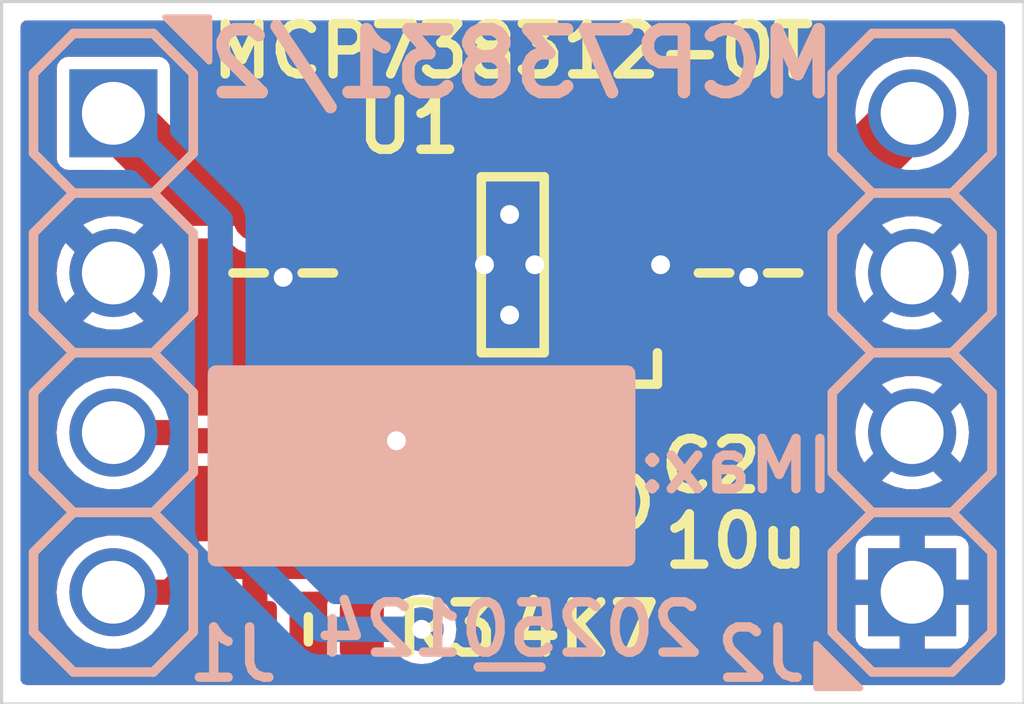
<source format=kicad_pcb>
(kicad_pcb (version 20240108) (generator "pcbnew") (generator_version "8.0")
  (layers (0 "F.Cu" mixed) (31 "B.Cu" mixed) (34 "B.Paste" user) (35 "F.Paste" user) (36 "B.SilkS" user "B.Silkscreen") (37 "F.SilkS" user "F.Silkscreen") (38 "B.Mask" user) (39 "F.Mask" user) (44 "Edge.Cuts" user))
  (net 0 "")
  (net 1 "GND")
  (net 2 "VDD")
  (net 3 "/VBAT")
  (net 4 "/PROG")
  (net 5 "/STAT")
  (footprint "SquantorIC:SOT23-5-Microchip-OT" (layer "F.Cu") (at 120.65 49.4 180)
    (property "Reference" "U1" (at 1.65 2.2 360) (layer "F.SilkS") (effects (font (size 0.8 0.8))))
    (property "Value" "MCP738312-OT" (at 0 3.4 0) (layer "F.SilkS") (effects (font (size 0.8 0.8))))
    (fp_line (start 0.5 1.4) (end -0.5 1.4) (stroke (width 0.15)) (layer "F.SilkS"))
    (fp_line (start 0.5 -1.4) (end 0.5 1.4) (stroke (width 0.15)) (layer "F.SilkS"))
    (fp_line (start -0.5 1.4) (end -0.5 -1.4) (stroke (width 0.15)) (layer "F.SilkS"))
    (fp_line (start -0.5 -1.4) (end 0.5 -1.4) (stroke (width 0.15)) (layer "F.SilkS"))
    (fp_line (start -2.3 -1.9) (end -1.8 -1.9) (stroke (width 0.15)) (layer "F.SilkS"))
    (fp_line (start -2.3 -1.9) (end -2.3 -1.4) (stroke (width 0.15)) (layer "F.SilkS"))
    (pad "1" smd roundrect (at -1.4 -0.95 90) (size 0.6 1.1) (layers "F.Cu" "F.Paste" "F.Mask") (roundrect_rratio 0.2) (net 5 "/STAT"))
    (pad "2" smd roundrect (at -1.4 0 90) (size 0.6 1.1) (layers "F.Cu" "F.Paste" "F.Mask") (roundrect_rratio 0.2) (net 1 "GND"))
    (pad "3" smd roundrect (at -1.4 0.95 90) (size 0.6 1.1) (layers "F.Cu" "F.Paste" "F.Mask") (roundrect_rratio 0.2) (net 3 "/VBAT"))
    (pad "4" smd roundrect (at 1.4 0.95 90) (size 0.6 1.1) (layers "F.Cu" "F.Paste" "F.Mask") (roundrect_rratio 0.2) (net 2 "VDD"))
    (pad "5" smd roundrect (at 1.4 -0.95 90) (size 0.6 1.1) (layers "F.Cu" "F.Paste" "F.Mask") (roundrect_rratio 0.2) (net 4 "/PROG"))
  )
  (footprint "SquantorCapacitor:C_1206_0805" (layer "F.Cu") (at 124.4 49.53 90)
    (property "Reference" "C2" (at -3.07 -0.6 180) (layer "F.SilkS") (effects (font (size 0.8 0.8))))
    (property "Value" "10u" (at -4.27 -0.2 180) (layer "F.SilkS") (effects (font (size 0.8 0.8))))
    (fp_line (start 0 -0.8) (end 0 -0.3) (stroke (width 0.15)) (layer "F.SilkS"))
    (fp_line (start 0 0.8) (end 0 0.3) (stroke (width 0.15)) (layer "F.SilkS"))
    (pad "1" smd roundrect (at -1.25 0 90) (size 1.5 1.6) (layers "F.Cu" "F.Paste" "F.Mask") (net 1 "GND"))
    (pad "2" smd roundrect (at 1.25 0 90) (size 1.5 1.6) (layers "F.Cu" "F.Paste" "F.Mask") (net 3 "/VBAT"))
  )
  (footprint "SquantorResistor:R_0603_hand" (layer "F.Cu") (at 117.4 53.2 180)
    (property "Reference" "R1" (at -2.2 0 360) (layer "F.SilkS") (effects (font (size 0.8 0.8))))
    (property "Value" "TBD" (at -4.4 0 0) (layer "F.SilkS") (effects (font (size 0.8 0.8))))
    (fp_line (start 0 -0.2) (end 0 0.2) (stroke (width 0.15)) (layer "F.SilkS"))
    (pad "1" smd roundrect (at -0.85 0 180) (size 0.7 0.9) (layers "F.Cu" "F.Paste" "F.Mask") (roundrect_rratio 0.1428571429) (net 1 "GND"))
    (pad "2" smd roundrect (at 0.85 0 180) (size 0.7 0.9) (layers "F.Cu" "F.Paste" "F.Mask") (roundrect_rratio 0.1428571429) (net 4 "/PROG"))
  )
  (footprint "SquantorCapacitor:C_1206_0805" (layer "F.Cu") (at 117 49.53 90)
    (property "Reference" "C1" (at -2.47 1.4 180) (layer "F.SilkS") (effects (font (size 0.8 0.8))))
    (property "Value" "10u" (at -2.47 3.4 180) (layer "F.SilkS") (effects (font (size 0.8 0.8))))
    (fp_line (start 0 -0.8) (end 0 -0.3) (stroke (width 0.15)) (layer "F.SilkS"))
    (fp_line (start 0 0.8) (end 0 0.3) (stroke (width 0.15)) (layer "F.SilkS"))
    (pad "1" smd roundrect (at -1.25 0 90) (size 1.5 1.6) (layers "F.Cu" "F.Paste" "F.Mask") (net 1 "GND"))
    (pad "2" smd roundrect (at 1.25 0 90) (size 1.5 1.6) (layers "F.Cu" "F.Paste" "F.Mask") (net 2 "VDD"))
  )
  (footprint "SquantorResistor:R_0603_hand" (layer "F.Cu") (at 117.4 55.2 180)
    (property "Reference" "R3" (at -2.2 0 360) (layer "F.SilkS") (effects (font (size 0.8 0.8))))
    (property "Value" "4K7" (at -4.4 0 0) (layer "F.SilkS") (effects (font (size 0.8 0.8))))
    (fp_line (start 0 -0.2) (end 0 0.2) (stroke (width 0.15)) (layer "F.SilkS"))
    (pad "1" smd roundrect (at -0.85 0 180) (size 0.7 0.9) (layers "F.Cu" "F.Paste" "F.Mask") (roundrect_rratio 0.1428571429) (net 2 "VDD"))
    (pad "2" smd roundrect (at 0.85 0 180) (size 0.7 0.9) (layers "F.Cu" "F.Paste" "F.Mask") (roundrect_rratio 0.1428571429) (net 5 "/STAT"))
  )
  (footprint "SquantorLabels:Label_Generic" (layer "B.Cu") (at 120.6 55.2 180)
    (property "Reference" "N1" (hide yes))
    (property "Value" "20250124" (at 0 0 0) (layer "B.SilkS") (effects (font (size 0.8 0.8)) (justify mirror)))
    (fp_line (start 0.5 -0.6) (end -0.5 -0.6) (stroke (width 0.15)) (layer "B.SilkS"))
  )
  (footprint "SquantorConnectors:Header-0254-1X04-H010" (layer "B.Cu") (at 114.3 50.8 -90)
    (property "Reference" "J1" (at 4.8 -1.9 180) (layer "B.SilkS") (effects (font (size 0.8 0.8) (thickness 0.15) (bold yes)) (justify mirror)))
    (property "Value" "Conn_01x04")
    (fp_line (start -3.175 1.27) (end -4.445 1.27) (stroke (width 0.1524)) (layer "B.SilkS"))
    (fp_line (start -1.905 1.27) (end -2.54 0.635) (stroke (width 0.1524)) (layer "B.SilkS"))
    (fp_line (start -0.635 1.27) (end -1.905 1.27) (stroke (width 0.1524)) (layer "B.SilkS"))
    (fp_line (start 0.635 1.27) (end 0 0.635) (stroke (width 0.1524)) (layer "B.SilkS"))
    (fp_line (start 1.905 1.27) (end 0.635 1.27) (stroke (width 0.1524)) (layer "B.SilkS"))
    (fp_line (start 4.445 1.27) (end 3.175 1.27) (stroke (width 0.1524)) (layer "B.SilkS"))
    (fp_line (start -5.08 0.635) (end -4.445 1.27) (stroke (width 0.1524)) (layer "B.SilkS"))
    (fp_line (start -2.54 0.635) (end -3.175 1.27) (stroke (width 0.1524)) (layer "B.SilkS"))
    (fp_line (start 0 0.635) (end -0.635 1.27) (stroke (width 0.1524)) (layer "B.SilkS"))
    (fp_line (start 2.54 0.635) (end 1.905 1.27) (stroke (width 0.1524)) (layer "B.SilkS"))
    (fp_line (start 2.54 0.635) (end 3.175 1.27) (stroke (width 0.1524)) (layer "B.SilkS"))
    (fp_line (start 5.08 0.635) (end 4.445 1.27) (stroke (width 0.1524)) (layer "B.SilkS"))
    (fp_line (start -5.08 -0.635) (end -5.08 0.635) (stroke (width 0.1524)) (layer "B.SilkS"))
    (fp_line (start -2.54 -0.635) (end -2.54 0.635) (stroke (width 0.1524)) (layer "B.SilkS"))
    (fp_line (start -2.54 -0.635) (end -1.905 -1.27) (stroke (width 0.1524)) (layer "B.SilkS"))
    (fp_line (start 0 -0.635) (end 0 0.635) (stroke (width 0.1524)) (layer "B.SilkS"))
    (fp_line (start 0 -0.635) (end 0.635 -1.27) (stroke (width 0.1524)) (layer "B.SilkS"))
    (fp_line (start 2.54 -0.635) (end 2.54 0.635) (stroke (width 0.1524)) (layer "B.SilkS"))
    (fp_line (start 5.08 -0.635) (end 5.08 0.635) (stroke (width 0.1524)) (layer "B.SilkS"))
    (fp_line (start -4.445 -1.27) (end -5.08 -0.635) (stroke (width 0.1524)) (layer "B.SilkS"))
    (fp_line (start -4.445 -1.27) (end -3.175 -1.27) (stroke (width 0.1524)) (layer "B.SilkS"))
    (fp_line (start -3.175 -1.27) (end -2.54 -0.635) (stroke (width 0.1524)) (layer "B.SilkS"))
    (fp_line (start -1.905 -1.27) (end -0.635 -1.27) (stroke (width 0.1524)) (layer "B.SilkS"))
    (fp_line (start -0.635 -1.27) (end 0 -0.635) (stroke (width 0.1524)) (layer "B.SilkS"))
    (fp_line (start 0.635 -1.27) (end 1.905 -1.27) (stroke (width 0.1524)) (layer "B.SilkS"))
    (fp_line (start 1.905 -1.27) (end 2.54 -0.635) (stroke (width 0.1524)) (layer "B.SilkS"))
    (fp_line (start 3.175 -1.27) (end 2.54 -0.635) (stroke (width 0.1524)) (layer "B.SilkS"))
    (fp_line (start 3.175 -1.27) (end 4.445 -1.27) (stroke (width 0.1524)) (layer "B.SilkS"))
    (fp_line (start 4.445 -1.27) (end 5.08 -0.635) (stroke (width 0.1524)) (layer "B.SilkS"))
    (fp_poly (pts (xy -5.334 -0.8255) (xy -5.334 -1.524) (xy -4.6355 -1.524)) (stroke (width 0.1)) (fill solid) (layer "B.SilkS"))
    (pad "1" thru_hole rect (at -3.81 0 90) (size 1.4 1.4) (drill 1) (layers "*.Cu" "*.Mask" "In1.Cu" "In2.Cu" "In3.Cu" "In4.Cu" "In5.Cu" "In6.Cu" "In7.Cu" "In8.Cu" "In9.Cu" "In10.Cu" "In11.Cu" "In12.Cu" "In13.Cu" "In14.Cu" "In15.Cu" "In16.Cu" "In17.Cu" "In18.Cu" "In19.Cu" "In20.Cu" "In21.Cu" "In22.Cu" "In23.Cu" "In24.Cu" "In25.Cu" "In26.Cu" "In27.Cu" "In28.Cu" "In29.Cu" "In30.Cu") (net 2 "VDD"))
    (pad "2" thru_hole circle (at -1.27 0 90) (size 1.4 1.4) (drill 1) (layers "*.Cu" "*.Mask" "In1.Cu" "In2.Cu" "In3.Cu" "In4.Cu" "In5.Cu" "In6.Cu" "In7.Cu" "In8.Cu" "In9.Cu" "In10.Cu" "In11.Cu" "In12.Cu" "In13.Cu" "In14.Cu" "In15.Cu" "In16.Cu" "In17.Cu" "In18.Cu" "In19.Cu" "In20.Cu" "In21.Cu" "In22.Cu" "In23.Cu" "In24.Cu" "In25.Cu" "In26.Cu" "In27.Cu" "In28.Cu" "In29.Cu" "In30.Cu") (net 1 "GND"))
    (pad "3" thru_hole circle (at 1.27 0 90) (size 1.4 1.4) (drill 1) (layers "*.Cu" "*.Mask" "In1.Cu" "In2.Cu" "In3.Cu" "In4.Cu" "In5.Cu" "In6.Cu" "In7.Cu" "In8.Cu" "In9.Cu" "In10.Cu" "In11.Cu" "In12.Cu" "In13.Cu" "In14.Cu" "In15.Cu" "In16.Cu" "In17.Cu" "In18.Cu" "In19.Cu" "In20.Cu" "In21.Cu" "In22.Cu" "In23.Cu" "In24.Cu" "In25.Cu" "In26.Cu" "In27.Cu" "In28.Cu" "In29.Cu" "In30.Cu") (net 4 "/PROG"))
    (pad "4" thru_hole circle (at 3.81 0 90) (size 1.4 1.4) (drill 1) (layers "*.Cu" "*.Mask" "In1.Cu" "In2.Cu" "In3.Cu" "In4.Cu" "In5.Cu" "In6.Cu" "In7.Cu" "In8.Cu" "In9.Cu" "In10.Cu" "In11.Cu" "In12.Cu" "In13.Cu" "In14.Cu" "In15.Cu" "In16.Cu" "In17.Cu" "In18.Cu" "In19.Cu" "In20.Cu" "In21.Cu" "In22.Cu" "In23.Cu" "In24.Cu" "In25.Cu" "In26.Cu" "In27.Cu" "In28.Cu" "In29.Cu" "In30.Cu") (net 5 "/STAT"))
  )
  (footprint "SquantorConnectors:Header-0254-1X04-H010" (layer "B.Cu") (at 127 50.8 90)
    (property "Reference" "J2" (at -4.8 -2.4 0) (layer "B.SilkS") (effects (font (size 0.8 0.8) (thickness 0.15) (bold yes)) (justify mirror)))
    (property "Value" "Conn_01x04")
    (fp_line (start 4.445 -1.27) (end 5.08 -0.635) (stroke (width 0.1524)) (layer "B.SilkS"))
    (fp_line (start 3.175 -1.27) (end 4.445 -1.27) (stroke (width 0.1524)) (layer "B.SilkS"))
    (fp_line (start 3.175 -1.27) (end 2.54 -0.635) (stroke (width 0.1524)) (layer "B.SilkS"))
    (fp_line (start 1.905 -1.27) (end 2.54 -0.635) (stroke (width 0.1524)) (layer "B.SilkS"))
    (fp_line (start 0.635 -1.27) (end 1.905 -1.27) (stroke (width 0.1524)) (layer "B.SilkS"))
    (fp_line (start -0.635 -1.27) (end 0 -0.635) (stroke (width 0.1524)) (layer "B.SilkS"))
    (fp_line (start -1.905 -1.27) (end -0.635 -1.27) (stroke (width 0.1524)) (layer "B.SilkS"))
    (fp_line (start -3.175 -1.27) (end -2.54 -0.635) (stroke (width 0.1524)) (layer "B.SilkS"))
    (fp_line (start -4.445 -1.27) (end -3.175 -1.27) (stroke (width 0.1524)) (layer "B.SilkS"))
    (fp_line (start -4.445 -1.27) (end -5.08 -0.635) (stroke (width 0.1524)) (layer "B.SilkS"))
    (fp_line (start 5.08 -0.635) (end 5.08 0.635) (stroke (width 0.1524)) (layer "B.SilkS"))
    (fp_line (start 2.54 -0.635) (end 2.54 0.635) (stroke (width 0.1524)) (layer "B.SilkS"))
    (fp_line (start 0 -0.635) (end 0.635 -1.27) (stroke (width 0.1524)) (layer "B.SilkS"))
    (fp_line (start 0 -0.635) (end 0 0.635) (stroke (width 0.1524)) (layer "B.SilkS"))
    (fp_line (start -2.54 -0.635) (end -1.905 -1.27) (stroke (width 0.1524)) (layer "B.SilkS"))
    (fp_line (start -2.54 -0.635) (end -2.54 0.635) (stroke (width 0.1524)) (layer "B.SilkS"))
    (fp_line (start -5.08 -0.635) (end -5.08 0.635) (stroke (width 0.1524)) (layer "B.SilkS"))
    (fp_line (start 5.08 0.635) (end 4.445 1.27) (stroke (width 0.1524)) (layer "B.SilkS"))
    (fp_line (start 2.54 0.635) (end 3.175 1.27) (stroke (width 0.1524)) (layer "B.SilkS"))
    (fp_line (start 2.54 0.635) (end 1.905 1.27) (stroke (width 0.1524)) (layer "B.SilkS"))
    (fp_line (start 0 0.635) (end -0.635 1.27) (stroke (width 0.1524)) (layer "B.SilkS"))
    (fp_line (start -2.54 0.635) (end -3.175 1.27) (stroke (width 0.1524)) (layer "B.SilkS"))
    (fp_line (start -5.08 0.635) (end -4.445 1.27) (stroke (width 0.1524)) (layer "B.SilkS"))
    (fp_line (start 4.445 1.27) (end 3.175 1.27) (stroke (width 0.1524)) (layer "B.SilkS"))
    (fp_line (start 1.905 1.27) (end 0.635 1.27) (stroke (width 0.1524)) (layer "B.SilkS"))
    (fp_line (start 0.635 1.27) (end 0 0.635) (stroke (width 0.1524)) (layer "B.SilkS"))
    (fp_line (start -0.635 1.27) (end -1.905 1.27) (stroke (width 0.1524)) (layer "B.SilkS"))
    (fp_line (start -1.905 1.27) (end -2.54 0.635) (stroke (width 0.1524)) (layer "B.SilkS"))
    (fp_line (start -3.175 1.27) (end -4.445 1.27) (stroke (width 0.1524)) (layer "B.SilkS"))
    (fp_poly (pts (xy -5.334 -0.8255) (xy -5.334 -1.524) (xy -4.6355 -1.524)) (stroke (width 0.1)) (fill solid) (layer "B.SilkS"))
    (pad "1" thru_hole rect (at -3.81 0 270) (size 1.4 1.4) (drill 1) (layers "*.Cu" "*.Mask" "In1.Cu" "In2.Cu" "In3.Cu" "In4.Cu" "In5.Cu" "In6.Cu" "In7.Cu" "In8.Cu" "In9.Cu" "In10.Cu" "In11.Cu" "In12.Cu" "In13.Cu" "In14.Cu" "In15.Cu" "In16.Cu" "In17.Cu" "In18.Cu" "In19.Cu" "In20.Cu" "In21.Cu" "In22.Cu" "In23.Cu" "In24.Cu" "In25.Cu" "In26.Cu" "In27.Cu" "In28.Cu" "In29.Cu" "In30.Cu") (net 1 "GND"))
    (pad "2" thru_hole circle (at -1.27 0 270) (size 1.4 1.4) (drill 1) (layers "*.Cu" "*.Mask" "In1.Cu" "In2.Cu" "In3.Cu" "In4.Cu" "In5.Cu" "In6.Cu" "In7.Cu" "In8.Cu" "In9.Cu" "In10.Cu" "In11.Cu" "In12.Cu" "In13.Cu" "In14.Cu" "In15.Cu" "In16.Cu" "In17.Cu" "In18.Cu" "In19.Cu" "In20.Cu" "In21.Cu" "In22.Cu" "In23.Cu" "In24.Cu" "In25.Cu" "In26.Cu" "In27.Cu" "In28.Cu" "In29.Cu" "In30.Cu") (net 1 "GND"))
    (pad "3" thru_hole circle (at 1.27 0 270) (size 1.4 1.4) (drill 1) (layers "*.Cu" "*.Mask" "In1.Cu" "In2.Cu" "In3.Cu" "In4.Cu" "In5.Cu" "In6.Cu" "In7.Cu" "In8.Cu" "In9.Cu" "In10.Cu" "In11.Cu" "In12.Cu" "In13.Cu" "In14.Cu" "In15.Cu" "In16.Cu" "In17.Cu" "In18.Cu" "In19.Cu" "In20.Cu" "In21.Cu" "In22.Cu" "In23.Cu" "In24.Cu" "In25.Cu" "In26.Cu" "In27.Cu" "In28.Cu" "In29.Cu" "In30.Cu") (net 1 "GND"))
    (pad "4" thru_hole circle (at 3.81 0 270) (size 1.4 1.4) (drill 1) (layers "*.Cu" "*.Mask" "In1.Cu" "In2.Cu" "In3.Cu" "In4.Cu" "In5.Cu" "In6.Cu" "In7.Cu" "In8.Cu" "In9.Cu" "In10.Cu" "In11.Cu" "In12.Cu" "In13.Cu" "In14.Cu" "In15.Cu" "In16.Cu" "In17.Cu" "In18.Cu" "In19.Cu" "In20.Cu" "In21.Cu" "In22.Cu" "In23.Cu" "In24.Cu" "In25.Cu" "In26.Cu" "In27.Cu" "In28.Cu" "In29.Cu" "In30.Cu") (net 3 "/VBAT"))
  )
  (gr_line (start 112.522 45.212) (end 128.778 45.212) (stroke (width 0.05)) (layer "Edge.Cuts"))
  (gr_line (start 128.778 45.212) (end 128.778 56.388) (stroke (width 0.05)) (layer "Edge.Cuts"))
  (gr_line (start 128.778 56.388) (end 112.522 56.388) (stroke (width 0.05)) (layer "Edge.Cuts"))
  (gr_line (start 112.522 56.388) (end 112.522 45.212) (stroke (width 0.05)) (layer "Edge.Cuts"))
  (gr_text "IMax:" (at 124.2 52.6 0) (layer "B.SilkS") (effects (font (size 0.8 0.8) (thickness 0.15) (bold yes)) (justify mirror)))
  (gr_text "MCP73831/2" (at 120.8 46.2 0) (layer "B.SilkS") (effects (font (size 1 1) (thickness 0.2) (bold yes)) (justify mirror)))
  (via (at 118.8 52.2) (size 0.7) (drill 0.3) (layers "F.Cu" "B.Cu") (net 1))
  (via (at 117 49.6) (size 0.7) (drill 0.3) (layers "F.Cu" "B.Cu") (net 1))
  (via (at 123 49.4) (size 0.7) (drill 0.3) (layers "F.Cu" "B.Cu") (net 1))
  (via (at 120.6 48.6) (size 0.7) (drill 0.3) (layers "F.Cu" "B.Cu") (net 1))
  (via (at 124.4 49.6) (size 0.7) (drill 0.3) (layers "F.Cu" "B.Cu") (net 1))
  (via (at 120.6 50.2) (size 0.7) (drill 0.3) (layers "F.Cu" "B.Cu") (net 1))
  (via (at 121 49.4) (size 0.7) (drill 0.3) (layers "F.Cu" "B.Cu") (net 1))
  (via (at 120.2 49.4) (size 0.7) (drill 0.3) (layers "F.Cu" "B.Cu") (net 1))
  (segment (start 119.25 48.45) (end 118.05 48.45) (width 0.6) (layer "F.Cu") (net 2))
  (segment (start 118.25 55.2) (end 119.2 55.2) (width 0.4) (layer "F.Cu") (net 2))
  (segment (start 118.05 48.45) (end 117.88 48.28) (width 0.6) (layer "F.Cu") (net 2))
  (segment (start 115.59 48.28) (end 117 48.28) (width 1) (layer "F.Cu") (net 2))
  (segment (start 114.3 46.99) (end 115.59 48.28) (width 1) (layer "F.Cu") (net 2))
  (segment (start 117.88 48.28) (end 117 48.28) (width 0.6) (layer "F.Cu") (net 2))
  (via (at 119.2 55.2) (size 0.7) (drill 0.3) (layers "F.Cu" "B.Cu") (net 2))
  (segment (start 119.2 55.2) (end 117.6 55.2) (width 0.4) (layer "B.Cu") (net 2))
  (segment (start 117.6 55.2) (end 116 53.6) (width 0.4) (layer "B.Cu") (net 2))
  (segment (start 116 53.6) (end 116 48.69) (width 0.4) (layer "B.Cu") (net 2))
  (segment (start 116 48.69) (end 114.3 46.99) (width 0.4) (layer "B.Cu") (net 2))
  (segment (start 123.15 48.45) (end 123.32 48.28) (width 0.6) (layer "F.Cu") (net 3))
  (segment (start 125.71 48.28) (end 124.4 48.28) (width 1) (layer "F.Cu") (net 3))
  (segment (start 127 46.99) (end 125.71 48.28) (width 1) (layer "F.Cu") (net 3))
  (segment (start 123.32 48.28) (end 124.4 48.28) (width 0.6) (layer "F.Cu") (net 3))
  (segment (start 122.05 48.45) (end 123.15 48.45) (width 0.6) (layer "F.Cu") (net 3))
  (segment (start 118.2 50.75) (end 118.2 51.658008) (width 0.4) (layer "F.Cu") (net 4))
  (segment (start 116.55 53.2) (end 116.55 52.25) (width 0.4) (layer "F.Cu") (net 4))
  (segment (start 115.4 52.2) (end 115.27 52.07) (width 0.4) (layer "F.Cu") (net 4))
  (segment (start 118.6 50.35) (end 118.2 50.75) (width 0.4) (layer "F.Cu") (net 4))
  (segment (start 117.658008 52.2) (end 116.6 52.2) (width 0.4) (layer "F.Cu") (net 4))
  (segment (start 119.25 50.35) (end 118.6 50.35) (width 0.4) (layer "F.Cu") (net 4))
  (segment (start 116.55 52.25) (end 116.6 52.2) (width 0.4) (layer "F.Cu") (net 4))
  (segment (start 118.2 51.658008) (end 117.658008 52.2) (width 0.4) (layer "F.Cu") (net 4))
  (segment (start 116.6 52.2) (end 115.4 52.2) (width 0.4) (layer "F.Cu") (net 4))
  (segment (start 115.27 52.07) (end 114.3 52.07) (width 0.4) (layer "F.Cu") (net 4))
  (segment (start 122.2 54.2) (end 116.6 54.2) (width 0.4) (layer "F.Cu") (net 5))
  (segment (start 115.19 54.61) (end 114.3 54.61) (width 0.4) (layer "F.Cu") (net 5))
  (segment (start 115.6 54.2) (end 115.19 54.61) (width 0.4) (layer "F.Cu") (net 5))
  (segment (start 116.55 55.2) (end 116.55 54.25) (width 0.4) (layer "F.Cu") (net 5))
  (segment (start 123 50.6) (end 123 53.4) (width 0.4) (layer "F.Cu") (net 5))
  (segment (start 116.6 54.2) (end 115.6 54.2) (width 0.4) (layer "F.Cu") (net 5))
  (segment (start 123 53.4) (end 122.2 54.2) (width 0.4) (layer "F.Cu") (net 5))
  (segment (start 116.55 54.25) (end 116.6 54.2) (width 0.4) (layer "F.Cu") (net 5))
  (segment (start 122.75 50.35) (end 123 50.6) (width 0.4) (layer "F.Cu") (net 5))
  (segment (start 122.05 50.35) (end 122.75 50.35) (width 0.4) (layer "F.Cu") (net 5))
  (zone (net 1) (net_name "GND") (layers "F.Cu" "B.Cu") (connect_pads (clearance 0.2)) (min_thickness 0.2) (fill yes (thermal_gap 0.2) (thermal_bridge_width 0.4))
    (polygon (pts (xy 112.522 45.212) (xy 128.778 45.212) (xy 128.778 56.388) (xy 112.522 56.388)))
  )
  (zone (net 0) (net_name "") (layer "B.SilkS") (connect_pads (clearance 0.508)) (min_thickness 0.25) (fill yes (thermal_gap 0.5) (thermal_bridge_width 0.5))
    (polygon (pts (xy 115.8 51) (xy 122.6 51) (xy 122.6 54.2) (xy 115.8 54.2)))
  )
)
</source>
